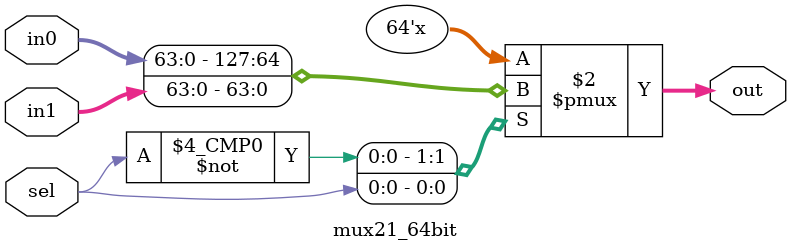
<source format=v>
module mux21_64bit (
    input [63:0] in0,  
    input [63:0] in1,  
    input sel,        // Selector signal (1-bit)
    output reg [63:0] out  
);

always @(*) begin
    case(sel)
        1'b0: out = in0;  // If sel is 0, output in0
        1'b1: out = in1;  // If sel is 1, output in1
        default: out = 64'h00000000; // Default case (safety)
    endcase
end

endmodule

</source>
